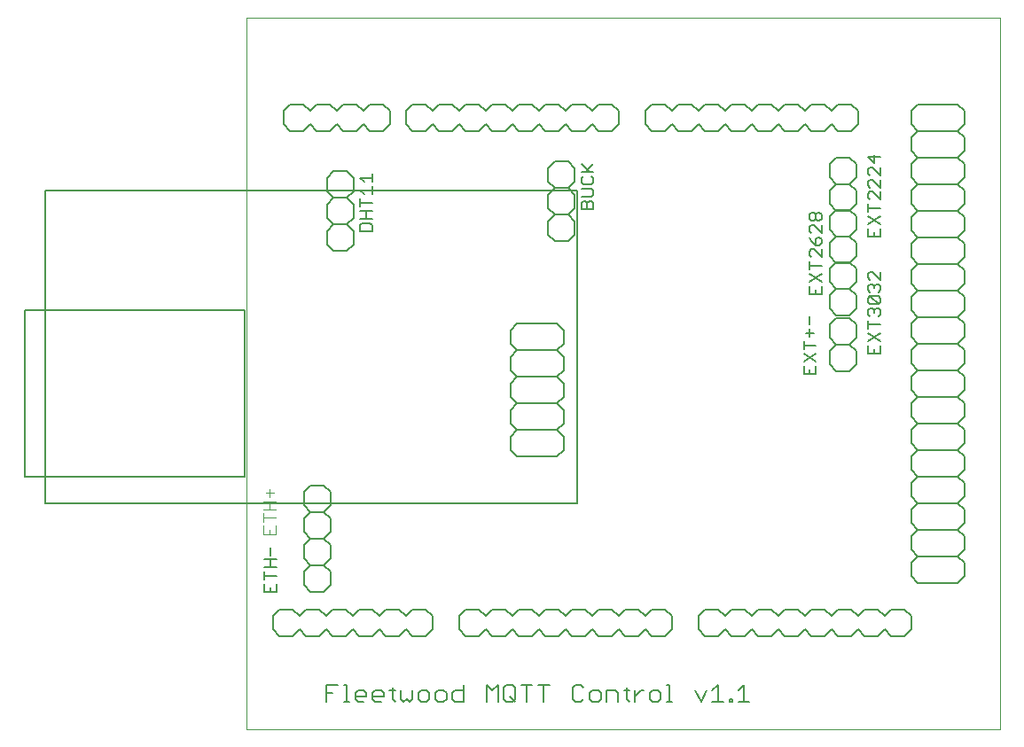
<source format=gto>
G75*
%MOIN*%
%OFA0B0*%
%FSLAX24Y24*%
%IPPOS*%
%LPD*%
%AMOC8*
5,1,8,0,0,1.08239X$1,22.5*
%
%ADD10C,0.0000*%
%ADD11C,0.0060*%
%ADD12C,0.0050*%
%ADD13C,0.0040*%
%ADD14C,0.0080*%
D10*
X008434Y000694D02*
X008434Y027465D01*
X036781Y027465D01*
X036781Y000694D01*
X008434Y000694D01*
D11*
X011464Y001724D02*
X011464Y002364D01*
X011891Y002364D01*
X012109Y002364D02*
X012215Y002364D01*
X012215Y001724D01*
X012109Y001724D02*
X012322Y001724D01*
X012538Y001830D02*
X012538Y002044D01*
X012645Y002151D01*
X012859Y002151D01*
X012965Y002044D01*
X012965Y001937D01*
X012538Y001937D01*
X012538Y001830D02*
X012645Y001724D01*
X012859Y001724D01*
X013183Y001830D02*
X013183Y002044D01*
X013290Y002151D01*
X013503Y002151D01*
X013610Y002044D01*
X013610Y001937D01*
X013183Y001937D01*
X013183Y001830D02*
X013290Y001724D01*
X013503Y001724D01*
X013934Y001830D02*
X014041Y001724D01*
X013934Y001830D02*
X013934Y002257D01*
X013827Y002151D02*
X014041Y002151D01*
X014257Y002151D02*
X014257Y001830D01*
X014364Y001724D01*
X014471Y001830D01*
X014577Y001724D01*
X014684Y001830D01*
X014684Y002151D01*
X014902Y002044D02*
X014902Y001830D01*
X015008Y001724D01*
X015222Y001724D01*
X015329Y001830D01*
X015329Y002044D01*
X015222Y002151D01*
X015008Y002151D01*
X014902Y002044D01*
X015546Y002044D02*
X015546Y001830D01*
X015653Y001724D01*
X015866Y001724D01*
X015973Y001830D01*
X015973Y002044D01*
X015866Y002151D01*
X015653Y002151D01*
X015546Y002044D01*
X016191Y002044D02*
X016191Y001830D01*
X016298Y001724D01*
X016618Y001724D01*
X016618Y002364D01*
X016618Y002151D02*
X016298Y002151D01*
X016191Y002044D01*
X017480Y001724D02*
X017480Y002364D01*
X017693Y002151D01*
X017907Y002364D01*
X017907Y001724D01*
X018124Y001830D02*
X018231Y001724D01*
X018445Y001724D01*
X018551Y001830D01*
X018551Y002257D01*
X018445Y002364D01*
X018231Y002364D01*
X018124Y002257D01*
X018124Y001830D01*
X018338Y001937D02*
X018551Y001724D01*
X018982Y001724D02*
X018982Y002364D01*
X018769Y002364D02*
X019196Y002364D01*
X019414Y002364D02*
X019841Y002364D01*
X019627Y002364D02*
X019627Y001724D01*
X020703Y001830D02*
X020809Y001724D01*
X021023Y001724D01*
X021130Y001830D01*
X021347Y001830D02*
X021454Y001724D01*
X021667Y001724D01*
X021774Y001830D01*
X021774Y002044D01*
X021667Y002151D01*
X021454Y002151D01*
X021347Y002044D01*
X021347Y001830D01*
X020703Y001830D02*
X020703Y002257D01*
X020809Y002364D01*
X021023Y002364D01*
X021130Y002257D01*
X021992Y002151D02*
X021992Y001724D01*
X022419Y001724D02*
X022419Y002044D01*
X022312Y002151D01*
X021992Y002151D01*
X022636Y002151D02*
X022850Y002151D01*
X022743Y002257D02*
X022743Y001830D01*
X022850Y001724D01*
X023066Y001724D02*
X023066Y002151D01*
X023279Y002151D02*
X023066Y001937D01*
X023279Y002151D02*
X023386Y002151D01*
X023603Y002044D02*
X023603Y001830D01*
X023710Y001724D01*
X023923Y001724D01*
X024030Y001830D01*
X024030Y002044D01*
X023923Y002151D01*
X023710Y002151D01*
X023603Y002044D01*
X024248Y002364D02*
X024354Y002364D01*
X024354Y001724D01*
X024248Y001724D02*
X024461Y001724D01*
X025322Y002151D02*
X025535Y001724D01*
X025749Y002151D01*
X025966Y002151D02*
X026180Y002364D01*
X026180Y001724D01*
X026393Y001724D02*
X025966Y001724D01*
X026611Y001724D02*
X026718Y001724D01*
X026718Y001830D01*
X026611Y001830D01*
X026611Y001724D01*
X026933Y001724D02*
X027360Y001724D01*
X027147Y001724D02*
X027147Y002364D01*
X026933Y002151D01*
X033438Y007444D02*
X033688Y007194D01*
X033438Y007444D02*
X033438Y007944D01*
X033688Y008194D01*
X035188Y008194D01*
X035438Y008444D01*
X035438Y008944D01*
X035188Y009194D01*
X033688Y009194D01*
X033438Y009444D01*
X033438Y009944D01*
X033688Y010194D01*
X035188Y010194D01*
X035438Y010444D01*
X035438Y010944D01*
X035188Y011194D01*
X033688Y011194D01*
X033438Y011444D01*
X033438Y011944D01*
X033688Y012194D01*
X035188Y012194D01*
X035438Y012444D01*
X035438Y012944D01*
X035188Y013194D01*
X033688Y013194D01*
X033438Y013444D01*
X033438Y013944D01*
X033688Y014194D01*
X035188Y014194D01*
X035438Y013944D01*
X035438Y013444D01*
X035188Y013194D01*
X035188Y012194D02*
X035438Y011944D01*
X035438Y011444D01*
X035188Y011194D01*
X035188Y010194D02*
X035438Y009944D01*
X035438Y009444D01*
X035188Y009194D01*
X035188Y008194D02*
X035438Y007944D01*
X035438Y007444D01*
X035188Y007194D01*
X033688Y008194D02*
X033438Y008444D01*
X033438Y008944D01*
X033688Y009194D01*
X033688Y010194D02*
X033438Y010444D01*
X033438Y010944D01*
X033688Y011194D01*
X033688Y012194D02*
X033438Y012444D01*
X033438Y012944D01*
X033688Y013194D01*
X033688Y014194D02*
X033438Y014444D01*
X033438Y014944D01*
X033688Y015194D01*
X035188Y015194D01*
X035438Y014944D01*
X035438Y014444D01*
X035188Y014194D01*
X035188Y015194D02*
X035438Y015444D01*
X035438Y015944D01*
X035188Y016194D01*
X033688Y016194D01*
X033438Y016444D01*
X033438Y016944D01*
X033688Y017194D01*
X035188Y017194D01*
X035438Y017444D01*
X035438Y017944D01*
X035188Y018194D01*
X033688Y018194D01*
X033438Y018444D01*
X033438Y018944D01*
X033688Y019194D01*
X035188Y019194D01*
X035438Y019444D01*
X035438Y019944D01*
X035188Y020194D01*
X033688Y020194D01*
X033438Y020444D01*
X033438Y020944D01*
X033688Y021194D01*
X035188Y021194D01*
X035438Y021444D01*
X035438Y021944D01*
X035188Y022194D01*
X033688Y022194D01*
X033438Y022444D01*
X033438Y022944D01*
X033688Y023194D01*
X033688Y022194D02*
X033438Y021944D01*
X033438Y021444D01*
X033688Y021194D01*
X033688Y020194D02*
X033438Y019944D01*
X033438Y019444D01*
X033688Y019194D01*
X033688Y018194D02*
X033438Y017944D01*
X033438Y017444D01*
X033688Y017194D01*
X033688Y016194D02*
X033438Y015944D01*
X033438Y015444D01*
X033688Y015194D01*
X035188Y016194D02*
X035438Y016444D01*
X035438Y016944D01*
X035188Y017194D01*
X035188Y018194D02*
X035438Y018444D01*
X035438Y018944D01*
X035188Y019194D01*
X035188Y020194D02*
X035438Y020444D01*
X035438Y020944D01*
X035188Y021194D01*
X035188Y022194D02*
X035438Y022444D01*
X035438Y022944D01*
X035188Y023194D01*
X031375Y021948D02*
X031375Y021448D01*
X031125Y021198D01*
X031375Y020948D01*
X031375Y020448D01*
X031125Y020198D01*
X030625Y020198D01*
X030375Y020448D01*
X030375Y020948D01*
X030625Y021198D01*
X030375Y021448D01*
X030375Y021948D01*
X030625Y022198D01*
X031125Y022198D01*
X031375Y021948D01*
X031125Y021198D02*
X030625Y021198D01*
X030625Y020229D02*
X030375Y019979D01*
X030375Y019479D01*
X030625Y019229D01*
X030375Y018979D01*
X030375Y018479D01*
X030625Y018229D01*
X031125Y018229D01*
X031375Y018479D01*
X031375Y018979D01*
X031125Y019229D01*
X030625Y019229D01*
X031125Y019229D02*
X031375Y019479D01*
X031375Y019979D01*
X031125Y020229D01*
X030625Y020229D01*
X030625Y018261D02*
X030375Y018011D01*
X030375Y017511D01*
X030625Y017261D01*
X030375Y017011D01*
X030375Y016511D01*
X030625Y016261D01*
X031125Y016261D01*
X031375Y016511D01*
X031375Y017011D01*
X031125Y017261D01*
X030625Y017261D01*
X031125Y017261D02*
X031375Y017511D01*
X031375Y018011D01*
X031125Y018261D01*
X030625Y018261D01*
X030625Y016166D02*
X030375Y015916D01*
X030375Y015416D01*
X030625Y015166D01*
X030375Y014916D01*
X030375Y014416D01*
X030625Y014166D01*
X031125Y014166D01*
X031375Y014416D01*
X031375Y014916D01*
X031125Y015166D01*
X030625Y015166D01*
X031125Y015166D02*
X031375Y015416D01*
X031375Y015916D01*
X031125Y016166D01*
X030625Y016166D01*
X020788Y019306D02*
X020538Y019056D01*
X020038Y019056D01*
X019788Y019306D01*
X019788Y019806D01*
X020038Y020056D01*
X019788Y020306D01*
X019788Y020806D01*
X020038Y021056D01*
X019788Y021306D01*
X019788Y021806D01*
X020038Y022056D01*
X020538Y022056D01*
X020788Y021806D01*
X020788Y021306D01*
X020538Y021056D01*
X020788Y020806D01*
X020788Y020306D01*
X020538Y020056D01*
X020788Y019806D01*
X020788Y019306D01*
X020538Y020056D02*
X020038Y020056D01*
X020038Y021056D02*
X020538Y021056D01*
X020125Y015944D02*
X018625Y015944D01*
X018375Y015694D01*
X018375Y015194D01*
X018625Y014944D01*
X020125Y014944D01*
X020375Y015194D01*
X020375Y015694D01*
X020125Y015944D01*
X020125Y014944D02*
X020375Y014694D01*
X020375Y014194D01*
X020125Y013944D01*
X018625Y013944D01*
X018375Y014194D01*
X018375Y014694D01*
X018625Y014944D01*
X018625Y013944D02*
X018375Y013694D01*
X018375Y013194D01*
X018625Y012944D01*
X020125Y012944D01*
X020375Y013194D01*
X020375Y013694D01*
X020125Y013944D01*
X020125Y012944D02*
X020375Y012694D01*
X020375Y012194D01*
X020125Y011944D01*
X018625Y011944D01*
X018375Y012194D01*
X018375Y012694D01*
X018625Y012944D01*
X018625Y011944D02*
X018375Y011694D01*
X018375Y011194D01*
X018625Y010944D01*
X020125Y010944D01*
X020375Y011194D01*
X020375Y011694D01*
X020125Y011944D01*
X011615Y009613D02*
X011615Y009113D01*
X011365Y008863D01*
X011615Y008613D01*
X011615Y008113D01*
X011365Y007863D01*
X011615Y007613D01*
X011615Y007113D01*
X011365Y006863D01*
X011615Y006613D01*
X011615Y006113D01*
X011365Y005863D01*
X010865Y005863D01*
X010615Y006113D01*
X010615Y006613D01*
X010865Y006863D01*
X010615Y007113D01*
X010615Y007613D01*
X010865Y007863D01*
X011365Y007863D01*
X010865Y007863D01*
X010615Y008113D01*
X010615Y008613D01*
X010865Y008863D01*
X010615Y009113D01*
X010615Y009613D01*
X010865Y009863D01*
X011365Y009863D01*
X011615Y009613D01*
X011365Y008863D02*
X010865Y008863D01*
X010865Y006863D02*
X011365Y006863D01*
X011464Y002044D02*
X011678Y002044D01*
X011727Y018682D02*
X011477Y018932D01*
X011477Y019432D01*
X011727Y019682D01*
X011477Y019932D01*
X011477Y020432D01*
X011727Y020682D01*
X011477Y020932D01*
X011477Y021432D01*
X011727Y021682D01*
X012227Y021682D01*
X012477Y021432D01*
X012477Y020932D01*
X012227Y020682D01*
X012477Y020432D01*
X012477Y019932D01*
X012227Y019682D01*
X012477Y019432D01*
X012477Y018932D01*
X012227Y018682D01*
X011727Y018682D01*
X011727Y019682D02*
X012227Y019682D01*
X012227Y020682D02*
X011727Y020682D01*
D12*
X012722Y020656D02*
X012722Y020356D01*
X012722Y020506D02*
X013172Y020506D01*
X013172Y020816D02*
X013172Y021116D01*
X013172Y020966D02*
X012722Y020966D01*
X012872Y020816D01*
X012872Y021276D02*
X012722Y021427D01*
X013172Y021427D01*
X013172Y021577D02*
X013172Y021276D01*
X013172Y020196D02*
X012722Y020196D01*
X012947Y020196D02*
X012947Y019895D01*
X012797Y019735D02*
X012722Y019660D01*
X012722Y019435D01*
X013172Y019435D01*
X013172Y019660D01*
X013097Y019735D01*
X012797Y019735D01*
X012722Y019895D02*
X013172Y019895D01*
X008375Y016444D02*
X000125Y016444D01*
X000125Y010194D01*
X008375Y010194D01*
X008375Y016444D01*
X000875Y020944D02*
X000875Y009194D01*
X020875Y009194D01*
X020875Y020944D01*
X000875Y020944D01*
X009358Y007539D02*
X009358Y007239D01*
X009358Y007079D02*
X009358Y006779D01*
X009583Y006779D02*
X009132Y006779D01*
X009132Y006619D02*
X009132Y006318D01*
X009132Y006469D02*
X009583Y006469D01*
X009583Y006158D02*
X009583Y005858D01*
X009132Y005858D01*
X009132Y006158D01*
X009358Y006008D02*
X009358Y005858D01*
X009132Y007079D02*
X009583Y007079D01*
X021033Y020269D02*
X021033Y020495D01*
X021108Y020570D01*
X021183Y020570D01*
X021258Y020495D01*
X021258Y020269D01*
X021483Y020269D02*
X021033Y020269D01*
X021258Y020495D02*
X021333Y020570D01*
X021408Y020570D01*
X021483Y020495D01*
X021483Y020269D01*
X021408Y020730D02*
X021033Y020730D01*
X021033Y021030D02*
X021408Y021030D01*
X021483Y020955D01*
X021483Y020805D01*
X021408Y020730D01*
X021408Y021190D02*
X021108Y021190D01*
X021033Y021265D01*
X021033Y021415D01*
X021108Y021490D01*
X021033Y021651D02*
X021483Y021651D01*
X021333Y021651D02*
X021033Y021951D01*
X021258Y021726D02*
X021483Y021951D01*
X021408Y021490D02*
X021483Y021415D01*
X021483Y021265D01*
X021408Y021190D01*
X029480Y015598D02*
X029780Y015598D01*
X029630Y015448D02*
X029630Y015748D01*
X029630Y015908D02*
X029630Y016209D01*
X029620Y017061D02*
X030070Y017061D01*
X030070Y017362D01*
X030070Y017522D02*
X029620Y017822D01*
X029620Y017982D02*
X029620Y018282D01*
X029620Y018132D02*
X030070Y018132D01*
X030070Y017822D02*
X029620Y017522D01*
X029620Y017362D02*
X029620Y017061D01*
X029845Y017061D02*
X029845Y017212D01*
X029695Y018443D02*
X029620Y018518D01*
X029620Y018668D01*
X029695Y018743D01*
X029770Y018743D01*
X030070Y018443D01*
X030070Y018743D01*
X029995Y018903D02*
X029845Y018903D01*
X029845Y019128D01*
X029920Y019203D01*
X029995Y019203D01*
X030070Y019128D01*
X030070Y018978D01*
X029995Y018903D01*
X029845Y018903D02*
X029695Y019053D01*
X029620Y019203D01*
X029695Y019363D02*
X029620Y019438D01*
X029620Y019589D01*
X029695Y019664D01*
X029770Y019664D01*
X030070Y019363D01*
X030070Y019664D01*
X029995Y019824D02*
X029920Y019824D01*
X029845Y019899D01*
X029845Y020049D01*
X029920Y020124D01*
X029995Y020124D01*
X030070Y020049D01*
X030070Y019899D01*
X029995Y019824D01*
X029845Y019899D02*
X029770Y019824D01*
X029695Y019824D01*
X029620Y019899D01*
X029620Y020049D01*
X029695Y020124D01*
X029770Y020124D01*
X029845Y020049D01*
X031816Y019987D02*
X032267Y019687D01*
X032267Y019527D02*
X032267Y019227D01*
X031816Y019227D01*
X031816Y019527D01*
X031816Y019687D02*
X032267Y019987D01*
X032267Y020298D02*
X031816Y020298D01*
X031816Y020148D02*
X031816Y020448D01*
X031892Y020608D02*
X031816Y020683D01*
X031816Y020833D01*
X031892Y020908D01*
X031967Y020908D01*
X032267Y020608D01*
X032267Y020908D01*
X032267Y021068D02*
X031967Y021369D01*
X031892Y021369D01*
X031816Y021293D01*
X031816Y021143D01*
X031892Y021068D01*
X032267Y021068D02*
X032267Y021369D01*
X032267Y021529D02*
X031967Y021829D01*
X031892Y021829D01*
X031816Y021754D01*
X031816Y021604D01*
X031892Y021529D01*
X032267Y021529D02*
X032267Y021829D01*
X032042Y021989D02*
X032042Y022289D01*
X032267Y022214D02*
X031816Y022214D01*
X032042Y021989D01*
X032042Y019377D02*
X032042Y019227D01*
X031974Y017902D02*
X031899Y017902D01*
X031824Y017826D01*
X031824Y017676D01*
X031899Y017601D01*
X031899Y017441D02*
X031824Y017366D01*
X031824Y017216D01*
X031899Y017141D01*
X031899Y016981D02*
X032200Y016681D01*
X032275Y016756D01*
X032275Y016906D01*
X032200Y016981D01*
X031899Y016981D01*
X031824Y016906D01*
X031824Y016756D01*
X031899Y016681D01*
X032200Y016681D01*
X032200Y016520D02*
X032275Y016445D01*
X032275Y016295D01*
X032200Y016220D01*
X032050Y016370D02*
X032050Y016445D01*
X032125Y016520D01*
X032200Y016520D01*
X032050Y016445D02*
X031974Y016520D01*
X031899Y016520D01*
X031824Y016445D01*
X031824Y016295D01*
X031899Y016220D01*
X031824Y016060D02*
X031824Y015760D01*
X031824Y015910D02*
X032275Y015910D01*
X032275Y015600D02*
X031824Y015299D01*
X031824Y015139D02*
X031824Y014839D01*
X032275Y014839D01*
X032275Y015139D01*
X032275Y015299D02*
X031824Y015600D01*
X032050Y014989D02*
X032050Y014839D01*
X029855Y014827D02*
X029405Y014527D01*
X029405Y014367D02*
X029405Y014067D01*
X029855Y014067D01*
X029855Y014367D01*
X029855Y014527D02*
X029405Y014827D01*
X029405Y014988D02*
X029405Y015288D01*
X029405Y015138D02*
X029855Y015138D01*
X029630Y014217D02*
X029630Y014067D01*
X032200Y017141D02*
X032275Y017216D01*
X032275Y017366D01*
X032200Y017441D01*
X032125Y017441D01*
X032050Y017366D01*
X032050Y017291D01*
X032050Y017366D02*
X031974Y017441D01*
X031899Y017441D01*
X032275Y017601D02*
X031974Y017902D01*
X032275Y017902D02*
X032275Y017601D01*
D13*
X009481Y009576D02*
X009174Y009576D01*
X009328Y009423D02*
X009328Y009730D01*
X009328Y009269D02*
X009328Y008962D01*
X009558Y008962D02*
X009097Y008962D01*
X009097Y008809D02*
X009097Y008502D01*
X009097Y008655D02*
X009558Y008655D01*
X009558Y008348D02*
X009558Y008041D01*
X009097Y008041D01*
X009097Y008348D01*
X009328Y008195D02*
X009328Y008041D01*
X009097Y009269D02*
X009558Y009269D01*
D14*
X009688Y005194D02*
X010188Y005194D01*
X010438Y004944D01*
X010688Y005194D01*
X011188Y005194D01*
X011438Y004944D01*
X011688Y005194D01*
X012188Y005194D01*
X012438Y004944D01*
X012688Y005194D01*
X013188Y005194D01*
X013438Y004944D01*
X013688Y005194D01*
X014188Y005194D01*
X014438Y004944D01*
X014688Y005194D01*
X015188Y005194D01*
X015438Y004944D01*
X015438Y004444D01*
X015188Y004194D01*
X014688Y004194D01*
X014438Y004444D01*
X014188Y004194D01*
X013688Y004194D01*
X013438Y004444D01*
X013188Y004194D01*
X012688Y004194D01*
X012438Y004444D01*
X012188Y004194D01*
X011688Y004194D01*
X011438Y004444D01*
X011188Y004194D01*
X010688Y004194D01*
X010438Y004444D01*
X010188Y004194D01*
X009688Y004194D01*
X009438Y004444D01*
X009438Y004944D01*
X009688Y005194D01*
X016438Y004944D02*
X016438Y004444D01*
X016688Y004194D01*
X017188Y004194D01*
X017438Y004444D01*
X017688Y004194D01*
X018188Y004194D01*
X018438Y004444D01*
X018688Y004194D01*
X019188Y004194D01*
X019438Y004444D01*
X019688Y004194D01*
X020188Y004194D01*
X020438Y004444D01*
X020688Y004194D01*
X021188Y004194D01*
X021438Y004444D01*
X021688Y004194D01*
X022188Y004194D01*
X022438Y004444D01*
X022688Y004194D01*
X023188Y004194D01*
X023438Y004444D01*
X023688Y004194D01*
X024188Y004194D01*
X024438Y004444D01*
X024438Y004944D01*
X024188Y005194D01*
X023688Y005194D01*
X023438Y004944D01*
X023188Y005194D01*
X022688Y005194D01*
X022438Y004944D01*
X022188Y005194D01*
X021688Y005194D01*
X021438Y004944D01*
X021188Y005194D01*
X020688Y005194D01*
X020438Y004944D01*
X020188Y005194D01*
X019688Y005194D01*
X019438Y004944D01*
X019188Y005194D01*
X018688Y005194D01*
X018438Y004944D01*
X018188Y005194D01*
X017688Y005194D01*
X017438Y004944D01*
X017188Y005194D01*
X016688Y005194D01*
X016438Y004944D01*
X025438Y004944D02*
X025438Y004444D01*
X025688Y004194D01*
X026188Y004194D01*
X026438Y004444D01*
X026688Y004194D01*
X027188Y004194D01*
X027438Y004444D01*
X027688Y004194D01*
X028188Y004194D01*
X028438Y004444D01*
X028688Y004194D01*
X029188Y004194D01*
X029438Y004444D01*
X029688Y004194D01*
X030188Y004194D01*
X030438Y004444D01*
X030688Y004194D01*
X031188Y004194D01*
X031438Y004444D01*
X031688Y004194D01*
X032188Y004194D01*
X032438Y004444D01*
X032688Y004194D01*
X033188Y004194D01*
X033438Y004444D01*
X033438Y004944D01*
X033188Y005194D01*
X032688Y005194D01*
X032438Y004944D01*
X032188Y005194D01*
X031688Y005194D01*
X031438Y004944D01*
X031188Y005194D01*
X030688Y005194D01*
X030438Y004944D01*
X030188Y005194D01*
X029688Y005194D01*
X029438Y004944D01*
X029188Y005194D01*
X028688Y005194D01*
X028438Y004944D01*
X028188Y005194D01*
X027688Y005194D01*
X027438Y004944D01*
X027188Y005194D01*
X026688Y005194D01*
X026438Y004944D01*
X026188Y005194D01*
X025688Y005194D01*
X025438Y004944D01*
X033438Y006444D02*
X033688Y006194D01*
X035188Y006194D01*
X035438Y006444D01*
X035438Y006944D01*
X035188Y007194D01*
X033688Y007194D01*
X033438Y006944D01*
X033438Y006444D01*
X033688Y023194D02*
X035188Y023194D01*
X035438Y023444D01*
X035438Y023944D01*
X035188Y024194D01*
X033688Y024194D01*
X033438Y023944D01*
X033438Y023444D01*
X033688Y023194D01*
X031438Y023444D02*
X031188Y023194D01*
X030688Y023194D01*
X030438Y023444D01*
X030188Y023194D01*
X029688Y023194D01*
X029438Y023444D01*
X029188Y023194D01*
X028688Y023194D01*
X028438Y023444D01*
X028188Y023194D01*
X027688Y023194D01*
X027438Y023444D01*
X027188Y023194D01*
X026688Y023194D01*
X026438Y023444D01*
X026188Y023194D01*
X025688Y023194D01*
X025438Y023444D01*
X025188Y023194D01*
X024688Y023194D01*
X024438Y023444D01*
X024188Y023194D01*
X023688Y023194D01*
X023438Y023444D01*
X023438Y023944D01*
X023688Y024194D01*
X024188Y024194D01*
X024438Y023944D01*
X024688Y024194D01*
X025188Y024194D01*
X025438Y023944D01*
X025688Y024194D01*
X026188Y024194D01*
X026438Y023944D01*
X026688Y024194D01*
X027188Y024194D01*
X027438Y023944D01*
X027688Y024194D01*
X028188Y024194D01*
X028438Y023944D01*
X028688Y024194D01*
X029188Y024194D01*
X029438Y023944D01*
X029688Y024194D01*
X030188Y024194D01*
X030438Y023944D01*
X030688Y024194D01*
X031188Y024194D01*
X031438Y023944D01*
X031438Y023444D01*
X022438Y023444D02*
X022188Y023194D01*
X021688Y023194D01*
X021438Y023444D01*
X021188Y023194D01*
X020688Y023194D01*
X020438Y023444D01*
X020188Y023194D01*
X019688Y023194D01*
X019438Y023444D01*
X019188Y023194D01*
X018688Y023194D01*
X018438Y023444D01*
X018188Y023194D01*
X017688Y023194D01*
X017438Y023444D01*
X017188Y023194D01*
X016688Y023194D01*
X016438Y023444D01*
X016188Y023194D01*
X015688Y023194D01*
X015438Y023444D01*
X015188Y023194D01*
X014688Y023194D01*
X014438Y023444D01*
X014438Y023944D01*
X014688Y024194D01*
X015188Y024194D01*
X015438Y023944D01*
X015688Y024194D01*
X016188Y024194D01*
X016438Y023944D01*
X016688Y024194D01*
X017188Y024194D01*
X017438Y023944D01*
X017688Y024194D01*
X018188Y024194D01*
X018438Y023944D01*
X018688Y024194D01*
X019188Y024194D01*
X019438Y023944D01*
X019688Y024194D01*
X020188Y024194D01*
X020438Y023944D01*
X020688Y024194D01*
X021188Y024194D01*
X021438Y023944D01*
X021688Y024194D01*
X022188Y024194D01*
X022438Y023944D01*
X022438Y023444D01*
X013838Y023444D02*
X013588Y023194D01*
X013088Y023194D01*
X012838Y023444D01*
X012588Y023194D01*
X012088Y023194D01*
X011838Y023444D01*
X011588Y023194D01*
X011088Y023194D01*
X010838Y023444D01*
X010588Y023194D01*
X010088Y023194D01*
X009838Y023444D01*
X009838Y023944D01*
X010088Y024194D01*
X010588Y024194D01*
X010838Y023944D01*
X011088Y024194D01*
X011588Y024194D01*
X011838Y023944D01*
X012088Y024194D01*
X012588Y024194D01*
X012838Y023944D01*
X013088Y024194D01*
X013588Y024194D01*
X013838Y023944D01*
X013838Y023444D01*
M02*

</source>
